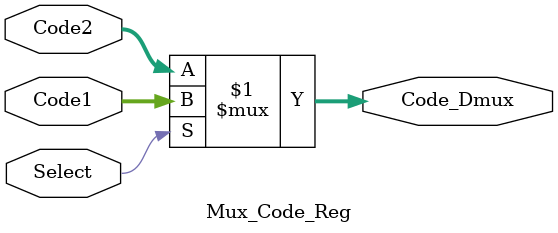
<source format=v>
`timescale 1ns / 1ps
module Mux_Code_Reg(
    input [3:0] Code1, // señal para direccionar demux
    input [3:0] Code2,// señal para direccionar demux
    input Select,
    output [3:0] Code_Dmux// señal para direccionar demux final
    );
assign Code_Dmux = Select ? Code1 : Code2; // mux

endmodule

</source>
